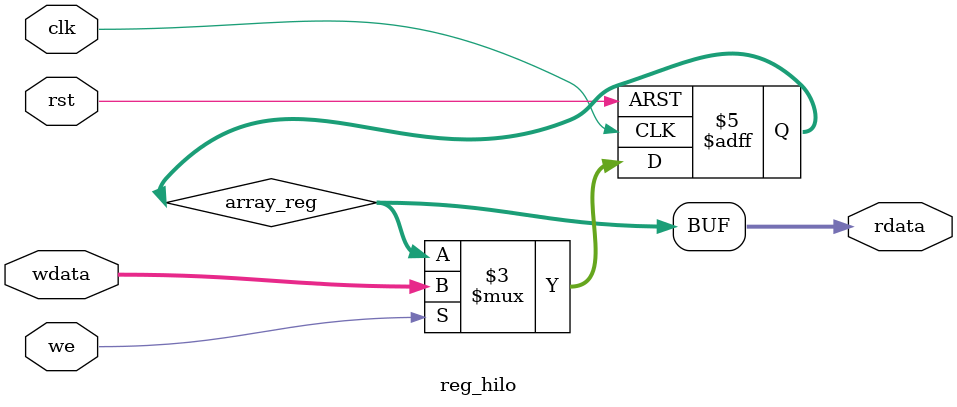
<source format=v>
`timescale 1ns / 1ps


module reg_hilo(
    input clk, //下降沿写入数据
    input rst, //reset异步复位高有效
    input we, //寄存器读写有效信号，高电平时允许寄存器写入数据
    input [31:0] wdata, //写入数据
    output [31:0] rdata 
    );
    reg [31:0] array_reg;
	integer i;
	initial begin
		array_reg <= 32'b0;
	end
	
	always @(negedge clk or posedge rst) begin
		if(rst) begin
			array_reg <= 0;
		end
		else 
		begin
		    if(we)
				array_reg <= wdata;
		end
	end

	assign rdata = array_reg;
endmodule

</source>
